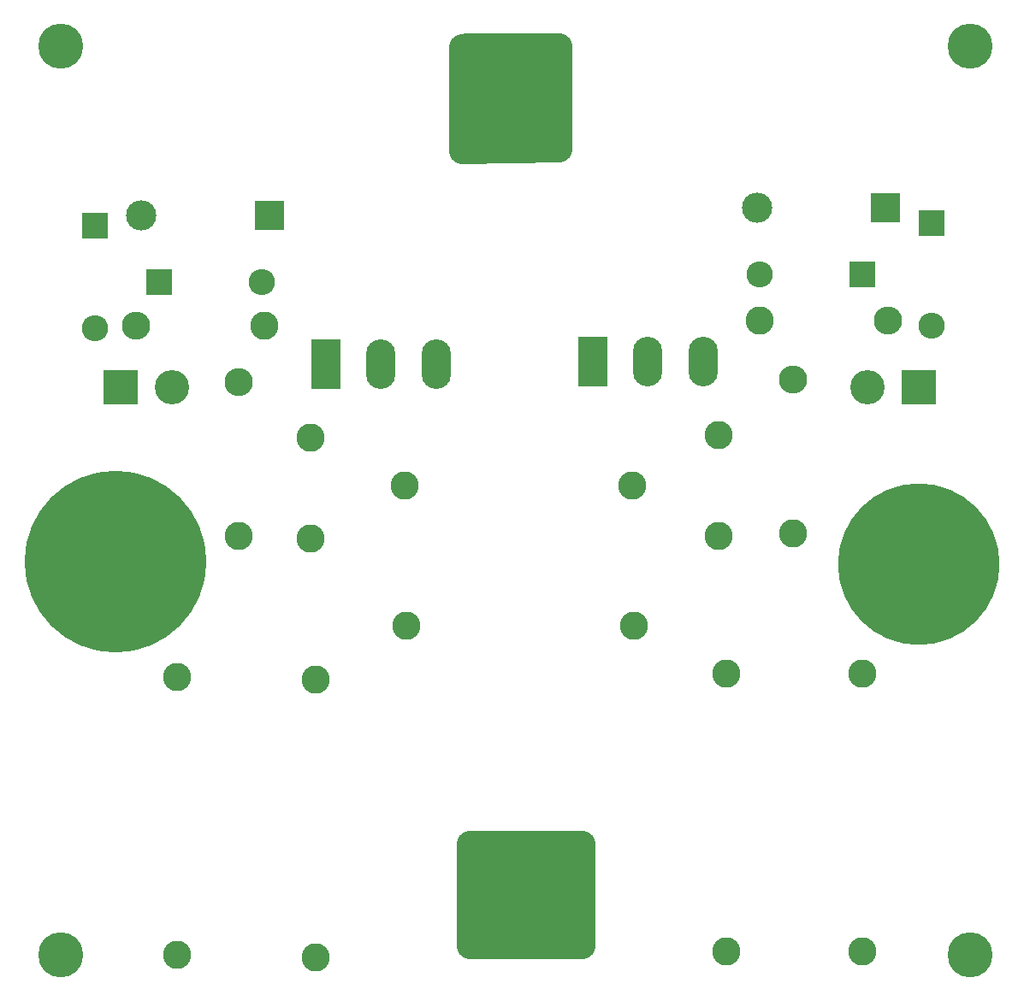
<source format=gbr>
G04 #@! TF.FileFunction,Soldermask,Bot*
%FSLAX46Y46*%
G04 Gerber Fmt 4.6, Leading zero omitted, Abs format (unit mm)*
G04 Created by KiCad (PCBNEW 4.0.7) date 07/12/19 11:54:22*
%MOMM*%
%LPD*%
G01*
G04 APERTURE LIST*
%ADD10C,0.100000*%
%ADD11R,3.400000X3.400000*%
%ADD12C,3.400000*%
%ADD13C,2.800000*%
%ADD14C,11.100000*%
%ADD15C,9.900000*%
%ADD16C,16.000000*%
%ADD17C,18.000000*%
%ADD18R,2.900000X4.900000*%
%ADD19O,2.900000X4.900000*%
%ADD20O,2.800000X2.800000*%
%ADD21C,4.464000*%
%ADD22R,2.600000X2.600000*%
%ADD23O,2.600000X2.600000*%
%ADD24R,3.000000X3.000000*%
%ADD25O,3.000000X3.000000*%
%ADD26C,2.500000*%
G04 APERTURE END LIST*
D10*
D11*
X134874000Y-83820000D03*
D12*
X129794000Y-83820000D03*
D13*
X115062000Y-98552000D03*
X115062000Y-88552000D03*
X106496000Y-93544000D03*
X83996000Y-93544000D03*
X74676000Y-98806000D03*
X74676000Y-88806000D03*
D11*
X55880000Y-83820000D03*
D12*
X60960000Y-83820000D03*
D14*
X94996000Y-54610000D03*
D15*
X96266000Y-133858000D03*
D16*
X134874000Y-101346000D03*
D17*
X55372000Y-101092000D03*
D18*
X102616000Y-81280000D03*
D19*
X108066000Y-81280000D03*
X113516000Y-81280000D03*
D18*
X76200000Y-81534000D03*
D19*
X81650000Y-81534000D03*
X87100000Y-81534000D03*
D13*
X122428000Y-98298000D03*
D20*
X122428000Y-83058000D03*
D13*
X67564000Y-98552000D03*
D20*
X67564000Y-83312000D03*
D21*
X50000000Y-50000000D03*
X140000000Y-50000000D03*
X50000000Y-140000000D03*
X140000000Y-140000000D03*
D22*
X53340000Y-67818000D03*
D23*
X53340000Y-77978000D03*
D22*
X136144000Y-67564000D03*
D23*
X136144000Y-77724000D03*
D13*
X106680000Y-107442000D03*
X84180000Y-107442000D03*
D22*
X129286000Y-72644000D03*
D23*
X119126000Y-72644000D03*
D22*
X59690000Y-73406000D03*
D23*
X69850000Y-73406000D03*
D13*
X119126000Y-77216000D03*
D20*
X131826000Y-77216000D03*
D13*
X70104000Y-77724000D03*
D20*
X57404000Y-77724000D03*
D13*
X61468000Y-112522000D03*
X61468000Y-140022000D03*
X115824000Y-139700000D03*
X115824000Y-112200000D03*
X75184000Y-112776000D03*
X75184000Y-140276000D03*
X129286000Y-139700000D03*
X129286000Y-112200000D03*
D24*
X131572000Y-66040000D03*
D25*
X118872000Y-66040000D03*
D24*
X70612000Y-66802000D03*
D25*
X57912000Y-66802000D03*
D26*
G36*
X99334000Y-60243770D02*
X89642000Y-60445687D01*
X89642000Y-50106119D01*
X90258836Y-50018000D01*
X99334000Y-50018000D01*
X99334000Y-60243770D01*
X99334000Y-60243770D01*
G37*
X99334000Y-60243770D02*
X89642000Y-60445687D01*
X89642000Y-50106119D01*
X90258836Y-50018000D01*
X99334000Y-50018000D01*
X99334000Y-60243770D01*
G36*
X101620000Y-139212000D02*
X90404000Y-139212000D01*
X90404000Y-129012000D01*
X101620000Y-129012000D01*
X101620000Y-139212000D01*
X101620000Y-139212000D01*
G37*
X101620000Y-139212000D02*
X90404000Y-139212000D01*
X90404000Y-129012000D01*
X101620000Y-129012000D01*
X101620000Y-139212000D01*
M02*

</source>
